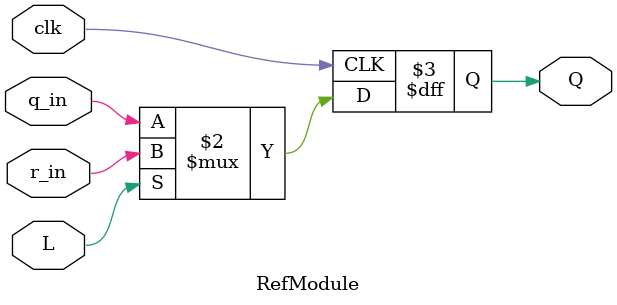
<source format=sv>

module RefModule (
  input clk,
  input L,
  input q_in,
  input r_in,
  output reg Q
);

//  initial Q=0;
  always @(posedge clk)
    Q <= L ? r_in : q_in;

endmodule


</source>
